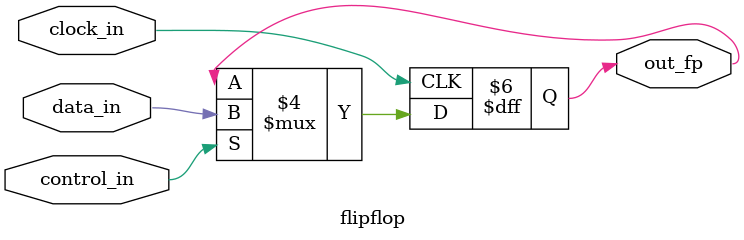
<source format=v>
module flipflop 
(
	data_in,
	clock_in, 
	control_in, 
	out_fp
);

	input data_in;
	input clock_in;
	input control_in;
	
	output reg out_fp;
	
	always@(posedge clock_in) begin
		if (control_in==1) begin
			out_fp = data_in;
		end
		end
		endmodule
		
</source>
